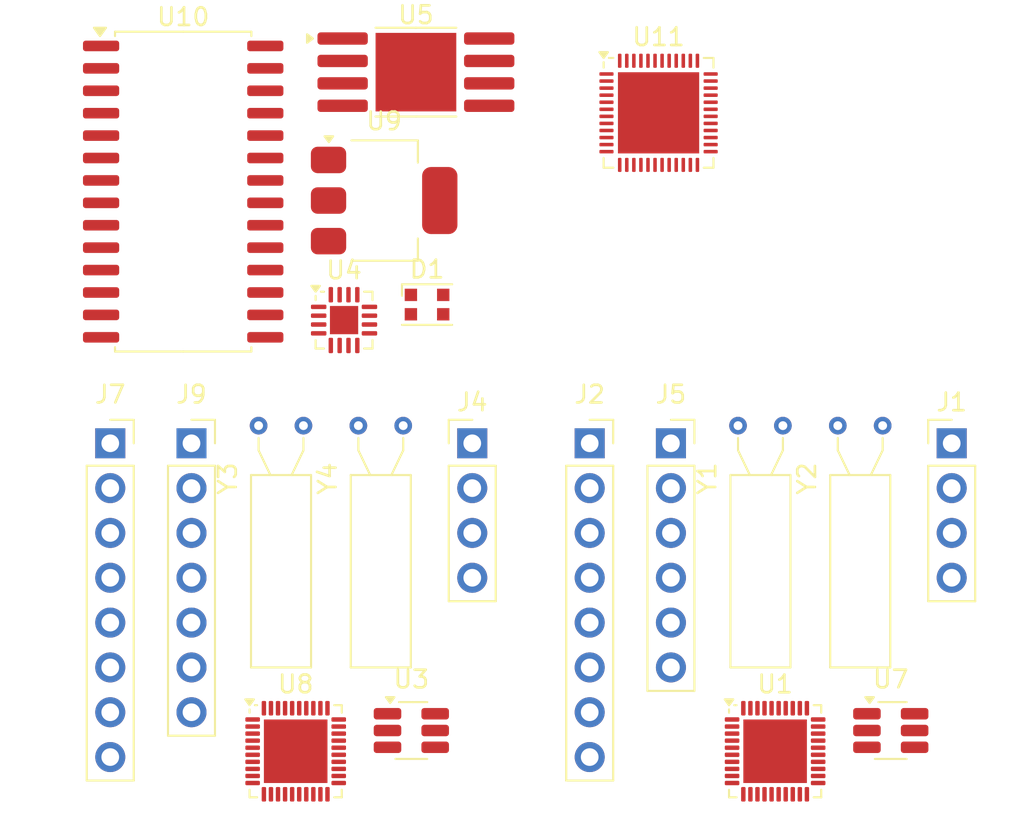
<source format=kicad_pcb>
(kicad_pcb (version 20240108) (generator "pcbnew") (generator_version "8.0")
  (layers (0 "F.Cu" signal) (31 "B.Cu" signal) (34 "B.Paste" user) (35 "F.Paste" user) (36 "B.SilkS" user "B.Silkscreen") (37 "F.SilkS" user "F.Silkscreen") (38 "B.Mask" user) (39 "F.Mask" user) (44 "Edge.Cuts" user))
  (net 0 "")
  (net 5 "GND")
  (net 6 "/NRF52833_QFN40/SWDIO")
  (net 7 "/NRF52833_QFN40/SWDCLK")
  (net 8 "VDD")
  (net 9 "/NRF52833_QFN40/P0.15")
  (net 10 "/NRF52833_QFN40/AIN3{slash}P0.05")
  (net 11 "/NRF52833_QFN40/NFC2{slash}P0.10")
  (net 12 "/NRF52833_QFN40/NFC1{slash}P0.09")
  (net 13 "/NRF52833_QFN40/AIN1{slash}P0.03")
  (net 14 "/NRF52833_QFN40/P0.11")
  (net 15 "/NRF52833_QFN40/AIN0{slash}P0.02")
  (net 16 "/NRF52833_QFN40/AIN2{slash}P0.04")
  (net 17 "/NRF52820/SWDCLK")
  (net 18 "/NRF52820/SWDIO")
  (net 19 "/NRF52833_QFN40/AIN5{slash}P0.29")
  (net 20 "/NRF52833_QFN40/AIN7{slash}P0.31")
  (net 21 "/NRF52833_QFN40/P0.20")
  (net 22 "/NRF52833_QFN40/AIN4{slash}P0.28")
  (net 23 "/NRF52833_QFN40/P0.17")
  (net 24 "/NRF52833_QFN40/AIN6{slash}P0.30")
  (net 25 "/NRF52820/AIN1{slash}P0.03")
  (net 26 "/NRF52820/P0.08")
  (net 27 "/NRF52820/P0.14")
  (net 28 "/NRF52820/AIN2{slash}P0.04")
  (net 29 "/NRF52820/AIN0{slash}P0.02")
  (net 30 "/NRF52820/P0.07")
  (net 31 "/NRF52820/AIN3{slash}P0.05")
  (net 32 "/NRF52820/P0.06")
  (net 33 "/NRF52820/P0.15")
  (net 34 "/NRF52820/P0.17")
  (net 35 "/NRF52820/P0.30")
  (net 36 "/NRF52820/P0.16")
  (net 37 "/NRF52820/P0.29")
  (net 38 "/NRF52820/P0.20")
  (net 39 "/NRF52820/P0.28")
  (net 40 "VBUS")
  (net 42 "/NRF52833_QFN40/XL1{slash}P0.00")
  (net 43 "/NRF52833_QFN40/D+")
  (net 44 "/NRF52833_QFN40/XC1")
  (net 45 "Net-(U1-DEC3)")
  (net 46 "/NRF52833_QFN40/XC2")
  (net 47 "Net-(U1-DEC1)")
  (net 48 "Net-(U1-DEC4)")
  (net 49 "/NRF52833_QFN40/D-")
  (net 50 "/NRF52833_QFN40/P1.09")
  (net 51 "/NRF52833_QFN40/P0.18{slash}~{RESET}")
  (net 53 "/NRF52833_QFN40/ANT")
  (net 54 "/NRF52833_QFN40/XL2{slash}P0.01")
  (net 55 "Net-(U1-DECUSB)")
  (net 56 "/NRF52820/D+")
  (net 57 "/NRF52820/D-")
  (net 61 "Net-(U4-OUT-Pad10)")
  (net 63 "Net-(U4-BAT-Pad2)")
  (net 66 "Net-(U4-VSS-Pad17)")
  (net 84 "/NRF52820/ANT")
  (net 85 "/NRF52820/P0.18{slash}~{RESET}")
  (net 88 "/NRF52820/XL1{slash}P0.00")
  (net 90 "/NRF52820/XL2{slash}P0.01")
  (net 93 "/NRF52820/XC2")
  (net 95 "/NRF52820/XC1")
  (net 147 "Net-(U11-VSS-Pad31)")
  (net 158 "Net-(U11-VDD-Pad13)")
  (footprint "Crystal:Crystal_AT310_D3.0mm_L10.0mm_Horizontal" (layer "F.Cu") (at 140.9 82.475)
    (property "Reference" "Y4" (at -1.75 3 90) (layer "F.SilkS"))
    (property "Value" "32.768kHz")
    (fp_line (start -0.43 2.8) (end -0.43 13.7) (stroke (width 0.12)) (layer "F.SilkS"))
    (fp_line (start -0.43 13.7) (end 2.97 13.7) (stroke (width 0.12)) (layer "F.SilkS"))
    (fp_line (start 0 1.4) (end 0 0.7) (stroke (width 0.12)) (layer "F.SilkS"))
    (fp_line (start 0.67 2.8) (end 0 1.4) (stroke (width 0.12)) (layer "F.SilkS"))
    (fp_line (start 1.87 2.8) (end 2.54 1.4) (stroke (width 0.12)) (layer "F.SilkS"))
    (fp_line (start 2.54 1.4) (end 2.54 0.7) (stroke (width 0.12)) (layer "F.SilkS"))
    (fp_line (start 2.97 2.8) (end -0.43 2.8) (stroke (width 0.12)) (layer "F.SilkS"))
    (fp_line (start 2.97 13.7) (end 2.97 2.8) (stroke (width 0.12)) (layer "F.SilkS"))
    (pad "1" thru_hole circle (at 0 0) (size 1 1) (drill 0.5) (layers "*.Cu" "*.Mask") (net 88 "/NRF52820/XL1{slash}P0.00"))
    (pad "2" thru_hole circle (at 2.54 0) (size 1 1) (drill 0.5) (layers "*.Cu" "*.Mask") (net 90 "/NRF52820/XL2{slash}P0.01"))
  )
  (footprint "Package_DFN_QFN:VQFN-16-1EP_3x3mm_P0.5mm_EP1.6x1.6mm" (layer "F.Cu") (at 140.09 76.495)
    (property "Reference" "U4" (at 0 -2.83 0) (layer "F.SilkS"))
    (property "Value" "BQ24075RGT")
    (fp_line (start -1.61 -1.135) (end -1.61 -1.37) (stroke (width 0.12)) (layer "F.SilkS"))
    (fp_line (start -1.61 1.61) (end -1.61 1.135) (stroke (width 0.12)) (layer "F.SilkS"))
    (fp_line (start -1.135 -1.61) (end -1.31 -1.61) (stroke (width 0.12)) (layer "F.SilkS"))
    (fp_line (start -1.135 1.61) (end -1.61 1.61) (stroke (width 0.12)) (layer "F.SilkS"))
    (fp_line (start 1.135 -1.61) (end 1.61 -1.61) (stroke (width 0.12)) (layer "F.SilkS"))
    (fp_line (start 1.135 1.61) (end 1.61 1.61) (stroke (width 0.12)) (layer "F.SilkS"))
    (fp_line (start 1.61 -1.61) (end 1.61 -1.135) (stroke (width 0.12)) (layer "F.SilkS"))
    (fp_line (start 1.61 1.61) (end 1.61 1.135) (stroke (width 0.12)) (layer "F.SilkS"))
    (fp_poly (pts (xy -1.61 -1.61) (xy -1.85 -1.94) (xy -1.37 -1.94) (xy -1.61 -1.61)) (stroke (width 0.12)) (fill solid) (layer "F.SilkS"))
    (pad "1" smd roundrect (at -1.4375 -0.75) (size 0.875 0.25) (layers "F.Cu" "F.Paste" "F.Mask"))
    (pad "2" smd roundrect (at -1.4375 -0.25) (size 0.875 0.25) (layers "F.Cu" "F.Paste" "F.Mask") (net 63 "Net-(U4-BAT-Pad2)"))
    (pad "3" smd roundrect (at -1.4375 0.25) (size 0.875 0.25) (layers "F.Cu" "F.Paste" "F.Mask") (net 63 "Net-(U4-BAT-Pad2)"))
    (pad "4" smd roundrect (at -1.4375 0.75) (size 0.875 0.25) (layers "F.Cu" "F.Paste" "F.Mask"))
    (pad "5" smd roundrect (at -0.75 1.4375) (size 0.25 0.875) (layers "F.Cu" "F.Paste" "F.Mask"))
    (pad "6" smd roundrect (at -0.25 1.4375) (size 0.25 0.875) (layers "F.Cu" "F.Paste" "F.Mask"))
    (pad "7" smd roundrect (at 0.25 1.4375) (size 0.25 0.875) (layers "F.Cu" "F.Paste" "F.Mask"))
    (pad "8" smd roundrect (at 0.75 1.4375) (size 0.25 0.875) (layers "F.Cu" "F.Paste" "F.Mask") (net 66 "Net-(U4-VSS-Pad17)"))
    (pad "9" smd roundrect (at 1.4375 0.75) (size 0.875 0.25) (layers "F.Cu" "F.Paste" "F.Mask"))
    (pad "10" smd roundrect (at 1.4375 0.25) (size 0.875 0.25) (layers "F.Cu" "F.Paste" "F.Mask") (net 61 "Net-(U4-OUT-Pad10)"))
    (pad "11" smd roundrect (at 1.4375 -0.25) (size 0.875 0.25) (layers "F.Cu" "F.Paste" "F.Mask") (net 61 "Net-(U4-OUT-Pad10)"))
    (pad "12" smd roundrect (at 1.4375 -0.75) (size 0.875 0.25) (layers "F.Cu" "F.Paste" "F.Mask"))
    (pad "13" smd roundrect (at 0.75 -1.4375) (size 0.25 0.875) (layers "F.Cu" "F.Paste" "F.Mask"))
    (pad "14" smd roundrect (at 0.25 -1.4375) (size 0.25 0.875) (layers "F.Cu" "F.Paste" "F.Mask"))
    (pad "15" smd roundrect (at -0.25 -1.4375) (size 0.25 0.875) (layers "F.Cu" "F.Paste" "F.Mask"))
    (pad "16" smd roundrect (at -0.75 -1.4375) (size 0.25 0.875) (layers "F.Cu" "F.Paste" "F.Mask"))
    (pad "17" smd rect (at 0 0) (size 1.6 1.6) (property pad_prop_heatsink) (layers "F.Cu" "F.Mask") (net 66 "Net-(U4-VSS-Pad17)"))
  )
  (footprint "Connector_PinSocket_2.54mm:PinSocket_1x08_P2.54mm_Vertical" (layer "F.Cu") (at 126.85 83.475)
    (property "Reference" "J7" (at 0 -2.77 0) (layer "F.SilkS"))
    (property "Value" "Conn_01x08_Pin")
    (fp_line (start -1.33 1.27) (end -1.33 19.11) (stroke (width 0.12)) (layer "F.SilkS"))
    (fp_line (start -1.33 1.27) (end 1.33 1.27) (stroke (width 0.12)) (layer "F.SilkS"))
    (fp_line (start -1.33 19.11) (end 1.33 19.11) (stroke (width 0.12)) (layer "F.SilkS"))
    (fp_line (start 0 -1.33) (end 1.33 -1.33) (stroke (width 0.12)) (layer "F.SilkS"))
    (fp_line (start 1.33 -1.33) (end 1.33 0) (stroke (width 0.12)) (layer "F.SilkS"))
    (fp_line (start 1.33 1.27) (end 1.33 19.11) (stroke (width 0.12)) (layer "F.SilkS"))
    (pad "1" thru_hole rect (at 0 0) (size 1.7 1.7) (drill 1) (layers "*.Cu" "*.Mask") (net 29 "/NRF52820/AIN0{slash}P0.02"))
    (pad "2" thru_hole oval (at 0 2.54) (size 1.7 1.7) (drill 1) (layers "*.Cu" "*.Mask") (net 25 "/NRF52820/AIN1{slash}P0.03"))
    (pad "3" thru_hole oval (at 0 5.08) (size 1.7 1.7) (drill 1) (layers "*.Cu" "*.Mask") (net 28 "/NRF52820/AIN2{slash}P0.04"))
    (pad "4" thru_hole oval (at 0 7.62) (size 1.7 1.7) (drill 1) (layers "*.Cu" "*.Mask") (net 31 "/NRF52820/AIN3{slash}P0.05"))
    (pad "5" thru_hole oval (at 0 10.16) (size 1.7 1.7) (drill 1) (layers "*.Cu" "*.Mask") (net 32 "/NRF52820/P0.06"))
    (pad "6" thru_hole oval (at 0 12.7) (size 1.7 1.7) (drill 1) (layers "*.Cu" "*.Mask") (net 30 "/NRF52820/P0.07"))
    (pad "7" thru_hole oval (at 0 15.24) (size 1.7 1.7) (drill 1) (layers "*.Cu" "*.Mask") (net 26 "/NRF52820/P0.08"))
    (pad "8" thru_hole oval (at 0 17.78) (size 1.7 1.7) (drill 1) (layers "*.Cu" "*.Mask") (net 27 "/NRF52820/P0.14"))
  )
  (footprint "Package_TO_SOT_SMD:SOT-23-6_Handsoldering" (layer "F.Cu") (at 143.9 99.75)
    (property "Reference" "U3" (at 0 -2.9 0) (layer "F.SilkS"))
    (property "Value" "SRV05-4")
    (fp_line (start -0.9 1.61) (end 0.9 1.61) (stroke (width 0.12)) (layer "F.SilkS"))
    (fp_line (start 0.1 -1.61) (end -0.7 -1.61) (stroke (width 0.12)) (layer "F.SilkS"))
    (fp_line (start 0.1 -1.61) (end 0.9 -1.61) (stroke (width 0.12)) (layer "F.SilkS"))
    (fp_poly (pts (xy -1.2 -1.56) (xy -1.44 -1.89) (xy -0.96 -1.89) (xy -1.2 -1.56)) (stroke (width 0.12)) (fill solid) (layer "F.SilkS"))
    (pad "1" smd roundrect (at -1.35 -0.95) (size 1.56 0.65) (layers "F.Cu" "F.Paste" "F.Mask") (net 57 "/NRF52820/D-"))
    (pad "2" smd roundrect (at -1.35 0) (size 1.56 0.65) (layers "F.Cu" "F.Paste" "F.Mask") (net 5 "GND"))
    (pad "3" smd roundrect (at -1.35 0.95) (size 1.56 0.65) (layers "F.Cu" "F.Paste" "F.Mask"))
    (pad "4" smd roundrect (at 1.35 0.95) (size 1.56 0.65) (layers "F.Cu" "F.Paste" "F.Mask"))
    (pad "5" smd roundrect (at 1.35 0) (size 1.56 0.65) (layers "F.Cu" "F.Paste" "F.Mask") (net 40 "VBUS"))
    (pad "6" smd roundrect (at 1.35 -0.95) (size 1.56 0.65) (layers "F.Cu" "F.Paste" "F.Mask") (net 56 "/NRF52820/D+"))
  )
  (footprint "Connector_PinHeader_2.54mm:PinHeader_1x04_P2.54mm_Vertical" (layer "F.Cu") (at 174.5 83.475)
    (property "Reference" "J1" (at 0 -2.33 0) (layer "F.SilkS"))
    (property "Value" "SWD_JLINK")
    (fp_line (start -1.33 -1.33) (end 0 -1.33) (stroke (width 0.12)) (layer "F.SilkS"))
    (fp_line (start -1.33 0) (end -1.33 -1.33) (stroke (width 0.12)) (layer "F.SilkS"))
    (fp_line (start -1.33 1.27) (end -1.33 8.95) (stroke (width 0.12)) (layer "F.SilkS"))
    (fp_line (start -1.33 1.27) (end 1.33 1.27) (stroke (width 0.12)) (layer "F.SilkS"))
    (fp_line (start -1.33 8.95) (end 1.33 8.95) (stroke (width 0.12)) (layer "F.SilkS"))
    (fp_line (start 1.33 1.27) (end 1.33 8.95) (stroke (width 0.12)) (layer "F.SilkS"))
    (pad "1" thru_hole rect (at 0 0) (size 1.7 1.7) (drill 1) (layers "*.Cu" "*.Mask") (net 5 "GND"))
    (pad "2" thru_hole oval (at 0 2.54) (size 1.7 1.7) (drill 1) (layers "*.Cu" "*.Mask") (net 7 "/NRF52833_QFN40/SWDCLK"))
    (pad "3" thru_hole oval (at 0 5.08) (size 1.7 1.7) (drill 1) (layers "*.Cu" "*.Mask") (net 6 "/NRF52833_QFN40/SWDIO"))
    (pad "4" thru_hole oval (at 0 7.62) (size 1.7 1.7) (drill 1) (layers "*.Cu" "*.Mask") (net 8 "VDD"))
  )
  (footprint "Package_TO_SOT_SMD:SOT-23-6_Handsoldering" (layer "F.Cu") (at 171.05 99.75)
    (property "Reference" "U7" (at 0 -2.9 0) (layer "F.SilkS"))
    (property "Value" "SRV05-4")
    (fp_line (start -0.9 1.61) (end 0.9 1.61) (stroke (width 0.12)) (layer "F.SilkS"))
    (fp_line (start 0.1 -1.61) (end -0.7 -1.61) (stroke (width 0.12)) (layer "F.SilkS"))
    (fp_line (start 0.1 -1.61) (end 0.9 -1.61) (stroke (width 0.12)) (layer "F.SilkS"))
    (fp_poly (pts (xy -1.2 -1.56) (xy -1.44 -1.89) (xy -0.96 -1.89) (xy -1.2 -1.56)) (stroke (width 0.12)) (fill solid) (layer "F.SilkS"))
    (pad "1" smd roundrect (at -1.35 -0.95) (size 1.56 0.65) (layers "F.Cu" "F.Paste" "F.Mask") (net 49 "/NRF52833_QFN40/D-"))
    (pad "2" smd roundrect (at -1.35 0) (size 1.56 0.65) (layers "F.Cu" "F.Paste" "F.Mask") (net 5 "GND"))
    (pad "3" smd roundrect (at -1.35 0.95) (size 1.56 0.65) (layers "F.Cu" "F.Paste" "F.Mask"))
    (pad "4" smd roundrect (at 1.35 0.95) (size 1.56 0.65) (layers "F.Cu" "F.Paste" "F.Mask"))
    (pad "5" smd roundrect (at 1.35 0) (size 1.56 0.65) (layers "F.Cu" "F.Paste" "F.Mask") (net 40 "VBUS"))
    (pad "6" smd roundrect (at 1.35 -0.95) (size 1.56 0.65) (layers "F.Cu" "F.Paste" "F.Mask") (net 43 "/NRF52833_QFN40/D+"))
  )
  (footprint "Package_DFN_QFN:QFN-48-1EP_6x6mm_P0.4mm_EP4.6x4.6mm" (layer "F.Cu") (at 157.9 64.75)
    (property "Reference" "U11" (at 0 -4.3 0) (layer "F.SilkS"))
    (property "Value" "nRF52832-QFxx")
    (fp_line (start -3.11 -2.56) (end -3.11 -2.87) (stroke (width 0.12)) (layer "F.SilkS"))
    (fp_line (start -3.11 3.11) (end -3.11 2.56) (stroke (width 0.12)) (layer "F.SilkS"))
    (fp_line (start -2.56 -3.11) (end -2.81 -3.11) (stroke (width 0.12)) (layer "F.SilkS"))
    (fp_line (start -2.56 3.11) (end -3.11 3.11) (stroke (width 0.12)) (layer "F.SilkS"))
    (fp_line (start 2.56 -3.11) (end 3.11 -3.11) (stroke (width 0.12)) (layer "F.SilkS"))
    (fp_line (start 2.56 3.11) (end 3.11 3.11) (stroke (width 0.12)) (layer "F.SilkS"))
    (fp_line (start 3.11 -3.11) (end 3.11 -2.56) (stroke (width 0.12)) (layer "F.SilkS"))
    (fp_line (start 3.11 3.11) (end 3.11 2.56) (stroke (width 0.12)) (layer "F.SilkS"))
    (fp_poly (pts (xy -3.11 -3.11) (xy -3.35 -3.44) (xy -2.87 -3.44) (xy -3.11 -3.11)) (stroke (width 0.12)) (fill solid) (layer "F.SilkS"))
    (pad "1" smd roundrect (at -2.95 -2.2) (size 0.8 0.2) (layers "F.Cu" "F.Paste" "F.Mask"))
    (pad "2" smd roundrect (at -2.95 -1.8) (size 0.8 0.2) (layers "F.Cu" "F.Paste" "F.Mask"))
    (pad "3" smd roundrect (at -2.95 -1.4) (size 0.8 0.2) (layers "F.Cu" "F.Paste" "F.Mask"))
    (pad "4" smd roundrect (at -2.95 -1) (size 0.8 0.2) (layers "F.Cu" "F.Paste" "F.Mask"))
    (pad "5" smd roundrect (at -2.95 -0.6) (size 0.8 0.2) (layers "F.Cu" "F.Paste" "F.Mask"))
    (pad "6" smd roundrect (at -2.95 -0.2) (size 0.8 0.2) (layers "F.Cu" "F.Paste" "F.Mask"))
    (pad "7" smd roundrect (at -2.95 0.2) (size 0.8 0.2) (layers "F.Cu" "F.Paste" "F.Mask"))
    (pad "8" smd roundrect (at -2.95 0.6) (size 0.8 0.2) (layers "F.Cu" "F.Paste" "F.Mask"))
    (pad "9" smd roundrect (at -2.95 1) (size 0.8 0.2) (layers "F.Cu" "F.Paste" "F.Mask"))
    (pad "10" smd roundrect (at -2.95 1.4) (size 0.8 0.2) (layers "F.Cu" "F.Paste" "F.Mask"))
    (pad "11" smd roundrect (at -2.95 1.8) (size 0.8 0.2) (layers "F.Cu" "F.Paste" "F.Mask"))
    (pad "12" smd roundrect (at -2.95 2.2) (size 0.8 0.2) (layers "F.Cu" "F.Paste" "F.Mask"))
    (pad "13" smd roundrect (at -2.2 2.95) (size 0.2 0.8) (layers "F.Cu" "F.Paste" "F.Mask") (net 158 "Net-(U11-VDD-Pad13)"))
    (pad "14" smd roundrect (at -1.8 2.95) (size 0.2 0.8) (layers "F.Cu" "F.Paste" "F.Mask"))
    (pad "15" smd roundrect (at -1.4 2.95) (size 0.2 0.8) (layers "F.Cu" "F.Paste" "F.Mask"))
    (pad "16" smd roundrect (at -1 2.95) (size 0.2 0.8) (layers "F.Cu" "F.Paste" "F.Mask"))
    (pad "17" smd roundrect (at -0.6 2.95) (size 0.2 0.8) (layers "F.Cu" "F.Paste" "F.Mask"))
    (pad "18" smd roundrect (at -0.2 2.95) (size 0.2 0.8) (layers "F.Cu" "F.Paste" "F.Mask"))
    (pad "19" smd roundrect (at 0.2 2.95) (size 0.2 0.8) (layers "F.Cu" "F.Paste" "F.Mask"))
    (pad "20" smd roundrect (at 0.6 2.95) (size 0.2 0.8) (layers "F.Cu" "F.Paste" "F.Mask"))
    (pad "21" smd roundrect (at 1 2.95) (size 0.2 0.8) (layers "F.Cu" "F.Paste" "F.Mask"))
    (pad "22" smd roundrect (at 1.4 2.95) (size 0.2 0.8) (layers "F.Cu" "F.Paste" "F.Mask"))
    (pad "23" smd roundrect (at 1.8 2.95) (size 0.2 0.8) (layers "F.Cu" "F.Paste" "F.Mask"))
    (pad "24" smd roundrect (at 2.2 2.95) (size 0.2 0.8) (layers "F.Cu" "F.Paste" "F.Mask"))
    (pad "25" smd roundrect (at 2.95 2.2) (size 0.8 0.2) (layers "F.Cu" "F.Paste" "F.Mask"))
    (pad "26" smd roundrect (at 2.95 1.8) (size 0.8 0.2) (layers "F.Cu" "F.Paste" "F.Mask"))
    (pad "27" smd roundrect (at 2.95 1.4) (size 0.8 0.2) (layers "F.Cu" "F.Paste" "F.Mask"))
    (pad "28" smd roundrect (at 2.95 1) (size 0.8 0.2) (layers "F.Cu" "F.Paste" "F.Mask"))
    (pad "29" smd roundrect (at 2.95 0.6) (size 0.8 0.2) (layers "F.Cu" "F.Paste" "F.Mask"))
    (pad "30" smd roundrect (at 2.95 0.2) (size 0.8 0.2) (layers "F.Cu" "F.Paste" "F.Mask"))
    (pad "31" smd roundrect (at 2.95 -0.2) (size 0.8 0.2) (layers "F.Cu" "F.Paste" "F.Mask") (net 147 "Net-(U11-VSS-Pad31)"))
    (pad "32" smd roundrect (at 2.95 -0.6) (size 0.8 0.2) (layers "F.Cu" "F.Paste" "F.Mask"))
    (pad "33" smd roundrect (at 2.95 -1) (size 0.8 0.2) (layers "F.Cu" "F.Paste" "F.Mask"))
    (pad "34" smd roundrect (at 2.95 -1.4) (size 0.8 0.2) (layers "F.Cu" "F.Paste" "F.Mask"))
    (pad "35" smd roundrect (at 2.95 -1.8) (size 0.8 0.2) (layers "F.Cu" "F.Paste" "F.Mask"))
    (pad "36" smd roundrect (at 2.95 -2.2) (size 0.8 0.2) (layers "F.Cu" "F.Paste" "F.Mask") (net 158 "Net-(U11-VDD-Pad13)"))
    (pad "37" smd roundrect (at 2.2 -2.95) (size 0.2 0.8) (layers "F.Cu" "F.Paste" "F.Mask"))
    (pad "38" smd roundrect (at 1.8 -2.95) (size 0.2 0.8) (layers "F.Cu" "F.Paste" "F.Mask"))
    (pad "39" smd roundrect (at 1.4 -2.95) (size 0.2 0.8) (layers "F.Cu" "F.Paste" "F.Mask"))
    (pad "40" smd roundrect (at 1 -2.95) (size 0.2 0.8) (layers "F.Cu" "F.Paste" "F.Mask"))
    (pad "41" smd roundrect (at 0.6 -2.95) (size 0.2 0.8) (layers "F.Cu" "F.Paste" "F.Mask"))
    (pad "42" smd roundrect (at 0.2 -2.95) (size 0.2 0.8) (layers "F.Cu" "F.Paste" "F.Mask"))
    (pad "43" smd roundrect (at -0.2 -2.95) (size 0.2 0.8) (layers "F.Cu" "F.Paste" "F.Mask"))
    (pad "44" smd roundrect (at -0.6 -2.95) (size 0.2 0.8) (layers "F.Cu" "F.Paste" "F.Mask"))
    (pad "45" smd roundrect (at -1 -2.95) (size 0.2 0.8) (layers "F.Cu" "F.Paste" "F.Mask") (net 147 "Net-(U11-VSS-Pad31)"))
    (pad "46" smd roundrect (at -1.4 -2.95) (size 0.2 0.8) (layers "F.Cu" "F.Paste" "F.Mask"))
    (pad "47" smd roundrect (at -1.8 -2.95) (size 0.2 0.8) (layers "F.Cu" "F.Paste" "F.Mask"))
    (pad "48" smd roundrect (at -2.2 -2.95) (size 0.2 0.8) (layers "F.Cu" "F.Paste" "F.Mask") (net 158 "Net-(U11-VDD-Pad13)"))
    (pad "49" smd rect (at 0 0) (size 4.6 4.6) (property pad_prop_heatsink) (layers "F.Cu" "F.Mask") (net 147 "Net-(U11-VSS-Pad31)"))
  )
  (footprint "Package_DFN_QFN:QFN-40-1EP_5x5mm_P0.4mm_EP3.6x3.6mm" (layer "F.Cu") (at 137.35 100.925)
    (property "Reference" "U8" (at 0 -3.8 0) (layer "F.SilkS"))
    (property "Value" "nRF52820-QDxx")
    (fp_line (start -2.61 -2.185) (end -2.61 -2.37) (stroke (width 0.12)) (layer "F.SilkS"))
    (fp_line (start -2.61 2.61) (end -2.61 2.185) (stroke (width 0.12)) (layer "F.SilkS"))
    (fp_line (start -2.185 -2.61) (end -2.31 -2.61) (stroke (width 0.12)) (layer "F.SilkS"))
    (fp_line (start -2.185 2.61) (end -2.61 2.61) (stroke (width 0.12)) (layer "F.SilkS"))
    (fp_line (start 2.185 -2.61) (end 2.61 -2.61) (stroke (width 0.12)) (layer "F.SilkS"))
    (fp_line (start 2.185 2.61) (end 2.61 2.61) (stroke (width 0.12)) (layer "F.SilkS"))
    (fp_line (start 2.61 -2.61) (end 2.61 -2.185) (stroke (width 0.12)) (layer "F.SilkS"))
    (fp_line (start 2.61 2.61) (end 2.61 2.185) (stroke (width 0.12)) (layer "F.SilkS"))
    (fp_poly (pts (xy -2.61 -2.61) (xy -2.85 -2.94) (xy -2.37 -2.94) (xy -2.61 -2.61)) (stroke (width 0.12)) (fill solid) (layer "F.SilkS"))
    (pad "1" smd roundrect (at -2.4375 -1.8) (size 0.825 0.25) (layers "F.Cu" "F.Paste" "F.Mask"))
    (pad "2" smd roundrect (at -2.4375 -1.4) (size 0.825 0.25) (layers "F.Cu" "F.Paste" "F.Mask") (net 88 "/NRF52820/XL1{slash}P0.00"))
    (pad "3" smd roundrect (at -2.4375 -1) (size 0.825 0.25) (layers "F.Cu" "F.Paste" "F.Mask") (net 90 "/NRF52820/XL2{slash}P0.01"))
    (pad "4" smd roundrect (at -2.4375 -0.6) (size 0.825 0.25) (layers "F.Cu" "F.Paste" "F.Mask") (net 28 "/NRF52820/AIN2{slash}P0.04"))
    (pad "5" smd roundrect (at -2.4375 -0.2) (size 0.825 0.25) (layers "F.Cu" "F.Paste" "F.Mask") (net 31 "/NRF52820/AIN3{slash}P0.05"))
    (pad "6" smd roundrect (at -2.4375 0.2) (size 0.825 0.25) (layers "F.Cu" "F.Paste" "F.Mask") (net 32 "/NRF52820/P0.06"))
    (pad "7" smd roundrect (at -2.4375 0.6) (size 0.825 0.25) (layers "F.Cu" "F.Paste" "F.Mask") (net 30 "/NRF52820/P0.07"))
    (pad "8" smd roundrect (at -2.4375 1) (size 0.825 0.25) (layers "F.Cu" "F.Paste" "F.Mask"))
    (pad "9" smd roundrect (at -2.4375 1.4) (size 0.825 0.25) (layers "F.Cu" "F.Paste" "F.Mask"))
    (pad "10" smd roundrect (at -2.4375 1.8) (size 0.825 0.25) (layers "F.Cu" "F.Paste" "F.Mask"))
    (pad "11" smd roundrect (at -1.8 2.4375) (size 0.25 0.825) (layers "F.Cu" "F.Paste" "F.Mask"))
    (pad "12" smd roundrect (at -1.4 2.4375) (size 0.25 0.825) (layers "F.Cu" "F.Paste" "F.Mask") (net 57 "/NRF52820/D-"))
    (pad "13" smd roundrect (at -1 2.4375) (size 0.25 0.825) (layers "F.Cu" "F.Paste" "F.Mask") (net 56 "/NRF52820/D+"))
    (pad "14" smd roundrect (at -0.6 2.4375) (size 0.25 0.825) (layers "F.Cu" "F.Paste" "F.Mask") (net 27 "/NRF52820/P0.14"))
    (pad "15" smd roundrect (at -0.2 2.4375) (size 0.25 0.825) (layers "F.Cu" "F.Paste" "F.Mask") (net 33 "/NRF52820/P0.15"))
    (pad "16" smd roundrect (at 0.2 2.4375) (size 0.25 0.825) (layers "F.Cu" "F.Paste" "F.Mask") (net 85 "/NRF52820/P0.18{slash}~{RESET}"))
    (pad "17" smd roundrect (at 0.6 2.4375) (size 0.25 0.825) (layers "F.Cu" "F.Paste" "F.Mask") (net 38 "/NRF52820/P0.20"))
    (pad "18" smd roundrect (at 1 2.4375) (size 0.25 0.825) (layers "F.Cu" "F.Paste" "F.Mask"))
    (pad "19" smd roundrect (at 1.4 2.4375) (size 0.25 0.825) (layers "F.Cu" "F.Paste" "F.Mask") (net 18 "/NRF52820/SWDIO"))
    (pad "20" smd roundrect (at 1.8 2.4375) (size 0.25 0.825) (layers "F.Cu" "F.Paste" "F.Mask") (net 17 "/NRF52820/SWDCLK"))
    (pad "21" smd roundrect (at 2.4375 1.8) (size 0.825 0.25) (layers "F.Cu" "F.Paste" "F.Mask"))
    (pad "22" smd roundrect (at 2.4375 1.4) (size 0.825 0.25) (layers "F.Cu" "F.Paste" "F.Mask") (net 36 "/NRF52820/P0.16"))
    (pad "23" smd roundrect (at 2.4375 1) (size 0.825 0.25) (layers "F.Cu" "F.Paste" "F.Mask") (net 34 "/NRF52820/P0.17"))
    (pad "24" smd roundrect (at 2.4375 0.6) (size 0.825 0.25) (layers "F.Cu" "F.Paste" "F.Mask") (net 84 "/NRF52820/ANT"))
    (pad "25" smd roundrect (at 2.4375 0.2) (size 0.825 0.25) (layers "F.Cu" "F.Paste" "F.Mask") (net 5 "GND"))
    (pad "26" smd roundrect (at 2.4375 -0.2) (size 0.825 0.25) (layers "F.Cu" "F.Paste" "F.Mask"))
    (pad "27" smd roundrect (at 2.4375 -0.6) (size 0.825 0.25) (layers "F.Cu" "F.Paste" "F.Mask"))
    (pad "28" smd roundrect (at 2.4375 -1) (size 0.825 0.25) (layers "F.Cu" "F.Paste" "F.Mask") (net 95 "/NRF52820/XC1"))
    (pad "29" smd roundrect (at 2.4375 -1.4) (size 0.825 0.25) (layers "F.Cu" "F.Paste" "F.Mask") (net 93 "/NRF52820/XC2"))
    (pad "30" smd roundrect (at 2.4375 -1.8) (size 0.825 0.25) (layers "F.Cu" "F.Paste" "F.Mask"))
    (pad "31" smd roundrect (at 1.8 -2.4375) (size 0.25 0.825) (layers "F.Cu" "F.Paste" "F.Mask") (net 26 "/NRF52820/P0.08"))
    (pad "32" smd roundrect (at 1.4 -2.4375) (size 0.25 0.825) (layers "F.Cu" "F.Paste" "F.Mask") (net 37 "/NRF52820/P0.29"))
    (pad "33" smd roundrect (at 1 -2.4375) (size 0.25 0.825) (layers "F.Cu" "F.Paste" "F.Mask") (net 35 "/NRF52820/P0.30"))
    (pad "34" smd roundrect (at 0.6 -2.4375) (size 0.25 0.825) (layers "F.Cu" "F.Paste" "F.Mask") (net 39 "/NRF52820/P0.28"))
    (pad "35" smd roundrect (at 0.2 -2.4375) (size 0.25 0.825) (layers "F.Cu" "F.Paste" "F.Mask") (net 25 "/NRF52820/AIN1{slash}P0.03"))
    (pad "36" smd roundrect (at -0.2 -2.4375) (size 0.25 0.825) (layers "F.Cu" "F.Paste" "F.Mask") (net 29 "/NRF52820/AIN0{slash}P0.02"))
    (pad "37" smd roundrect (at -0.6 -2.4375) (size 0.25 0.825) (layers "F.Cu" "F.Paste" "F.Mask") (net 5 "GND"))
    (pad "38" smd roundrect (at -1 -2.4375) (size 0.25 0.825) (layers "F.Cu" "F.Paste" "F.Mask"))
    (pad "39" smd roundrect (at -1.4 -2.4375) (size 0.25 0.825) (layers "F.Cu" "F.Paste" "F.Mask"))
    (pad "40" smd roundrect (at -1.8 -2.4375) (size 0.25 0.825) (layers "F.Cu" "F.Paste" "F.Mask"))
    (pad "41" smd rect (at 0 0) (size 3.6 3.6) (property pad_prop_heatsink) (layers "F.Cu" "F.Mask") (net 5 "GND"))
  )
  (footprint "Crystal:Crystal_AT310_D3.0mm_L10.0mm_Horizontal" (layer "F.Cu") (at 162.4 82.475)
    (property "Reference" "Y1" (at -1.75 3 90) (layer "F.SilkS"))
    (property "Value" "32Mhz")
    (fp_line (start -0.43 2.8) (end -0.43 13.7) (stroke (width 0.12)) (layer "F.SilkS"))
    (fp_line (start -0.43 13.7) (end 2.97 13.7) (stroke (width 0.12)) (layer "F.SilkS"))
    (fp_line (start 0 1.4) (end 0 0.7) (stroke (width 0.12)) (layer "F.SilkS"))
    (fp_line (start 0.67 2.8) (end 0 1.4) (stroke (width 0.12)) (layer "F.SilkS"))
    (fp_line (start 1.87 2.8) (end 2.54 1.4) (stroke (width 0.12)) (layer "F.SilkS"))
    (fp_line (start 2.54 1.4) (end 2.54 0.7) (stroke (width 0.12)) (layer "F.SilkS"))
    (fp_line (start 2.97 2.8) (end -0.43 2.8) (stroke (width 0.12)) (layer "F.SilkS"))
    (fp_line (start 2.97 13.7) (end 2.97 2.8) (stroke (width 0.12)) (layer "F.SilkS"))
    (pad "1" thru_hole circle (at 0 0) (size 1 1) (drill 0.5) (layers "*.Cu" "*.Mask") (net 44 "/NRF52833_QFN40/XC1"))
    (pad "2" thru_hole circle (at 2.54 0) (size 1 1) (drill 0.5) (layers "*.Cu" "*.Mask") (net 46 "/NRF52833_QFN40/XC2"))
  )
  (footprint "Connector_PinSocket_2.54mm:PinSocket_1x06_P2.54mm_Vertical" (layer "F.Cu") (at 158.6 83.475)
    (property "Reference" "J5" (at 0 -2.77 0) (layer "F.SilkS"))
    (property "Value" "Conn_01x06_Pin")
    (fp_line (start -1.33 1.27) (end -1.33 14.03) (stroke (width 0.12)) (layer "F.SilkS"))
    (fp_line (start -1.33 1.27) (end 1.33 1.27) (stroke (width 0.12)) (layer "F.SilkS"))
    (fp_line (start -1.33 14.03) (end 1.33 14.03) (stroke (width 0.12)) (layer "F.SilkS"))
    (fp_line (start 0 -1.33) (end 1.33 -1.33) (stroke (width 0.12)) (layer "F.SilkS"))
    (fp_line (start 1.33 -1.33) (end 1.33 0) (stroke (width 0.12)) (layer "F.SilkS"))
    (fp_line (start 1.33 1.27) (end 1.33 14.03) (stroke (width 0.12)) (layer "F.SilkS"))
    (pad "1" thru_hole rect (at 0 0) (size 1.7 1.7) (drill 1) (layers "*.Cu" "*.Mask") (net 23 "/NRF52833_QFN40/P0.17"))
    (pad "2" thru_hole oval (at 0 2.54) (size 1.7 1.7) (drill 1) (layers "*.Cu" "*.Mask") (net 21 "/NRF52833_QFN40/P0.20"))
    (pad "3" thru_hole oval (at 0 5.08) (size 1.7 1.7) (drill 1) (layers "*.Cu" "*.Mask") (net 22 "/NRF52833_QFN40/AIN4{slash}P0.28"))
    (pad "4" thru_hole oval (at 0 7.62) (size 1.7 1.7) (drill 1) (layers "*.Cu" "*.Mask") (net 19 "/NRF52833_QFN40/AIN5{slash}P0.29"))
    (pad "5" thru_hole oval (at 0 10.16) (size 1.7 1.7) (drill 1) (layers "*.Cu" "*.Mask") (net 24 "/NRF52833_QFN40/AIN6{slash}P0.30"))
    (pad "6" thru_hole oval (at 0 12.7) (size 1.7 1.7) (drill 1) (layers "*.Cu" "*.Mask") (net 20 "/NRF52833_QFN40/AIN7{slash}P0.31"))
  )
  (footprint "Connector_PinSocket_2.54mm:PinSocket_1x08_P2.54mm_Vertical" (layer "F.Cu") (at 154 83.475)
    (property "Reference" "J2" (at 0 -2.77 0) (layer "F.SilkS"))
    (property "Value" "Conn_01x08_Pin")
    (fp_line (start -1.33 1.27) (end -1.33 19.11) (stroke (width 0.12)) (layer "F.SilkS"))
    (fp_line (start -1.33 1.27) (end 1.33 1.27) (stroke (width 0.12)) (layer "F.SilkS"))
    (fp_line (start -1.33 19.11) (end 1.33 19.11) (stroke (width 0.12)) (layer "F.SilkS"))
    (fp_line (start 0 -1.33) (end 1.33 -1.33) (stroke (width 0.12)) (layer "F.SilkS"))
    (fp_line (start 1.33 -1.33) (end 1.33 0) (stroke (width 0.12)) (layer "F.SilkS"))
    (fp_line (start 1.33 1.27) (end 1.33 19.11) (stroke (width 0.12)) (layer "F.SilkS"))
    (pad "1" thru_hole rect (at 0 0) (size 1.7 1.7) (drill 1) (layers "*.Cu" "*.Mask") (net 15 "/NRF52833_QFN40/AIN0{slash}P0.02"))
    (pad "2" thru_hole oval (at 0 2.54) (size 1.7 1.7) (drill 1) (layers "*.Cu" "*.Mask") (net 13 "/NRF52833_QFN40/AIN1{slash}P0.03"))
    (pad "3" thru_hole oval (at 0 5.08) (size 1.7 1.7) (drill 1) (layers "*.Cu" "*.Mask") (net 16 "/NRF52833_QFN40/AIN2{slash}P0.04"))
    (pad "4" thru_hole oval (at 0 7.62) (size 1.7 1.7) (drill 1) (layers "*.Cu" "*.Mask") (net 10 "/NRF52833_QFN40/AIN3{slash}P0.05"))
    (pad "5" thru_hole oval (at 0 10.16) (size 1.7 1.7) (drill 1) (layers "*.Cu" "*.Mask") (net 12 "/NRF52833_QFN40/NFC1{slash}P0.09"))
    (pad "6" thru_hole oval (at 0 12.7) (size 1.7 1.7) (drill 1) (layers "*.Cu" "*.Mask") (net 11 "/NRF52833_QFN40/NFC2{slash}P0.10"))
    (pad "7" thru_hole oval (at 0 15.24) (size 1.7 1.7) (drill 1) (layers "*.Cu" "*.Mask") (net 14 "/NRF52833_QFN40/P0.11"))
    (pad "8" thru_hole oval (at 0 17.78) (size 1.7 1.7) (drill 1) (layers "*.Cu" "*.Mask") (net 9 "/NRF52833_QFN40/P0.15"))
  )
  (footprint "Crystal:Crystal_AT310_D3.0mm_L10.0mm_Horizontal" (layer "F.Cu") (at 135.25 82.475)
    (property "Reference" "Y3" (at -1.75 3 90) (layer "F.SilkS"))
    (property "Value" "32Mhz")
    (fp_line (start -0.43 2.8) (end -0.43 13.7) (stroke (width 0.12)) (layer "F.SilkS"))
    (fp_line (start -0.43 13.7) (end 2.97 13.7) (stroke (width 0.12)) (layer "F.SilkS"))
    (fp_line (start 0 1.4) (end 0 0.7) (stroke (width 0.12)) (layer "F.SilkS"))
    (fp_line (start 0.67 2.8) (end 0 1.4) (stroke (width 0.12)) (layer "F.SilkS"))
    (fp_line (start 1.87 2.8) (end 2.54 1.4) (stroke (width 0.12)) (layer "F.SilkS"))
    (fp_line (start 2.54 1.4) (end 2.54 0.7) (stroke (width 0.12)) (layer "F.SilkS"))
    (fp_line (start 2.97 2.8) (end -0.43 2.8) (stroke (width 0.12)) (layer "F.SilkS"))
    (fp_line (start 2.97 13.7) (end 2.97 2.8) (stroke (width 0.12)) (layer "F.SilkS"))
    (pad "1" thru_hole circle (at 0 0) (size 1 1) (drill 0.5) (layers "*.Cu" "*.Mask") (net 95 "/NRF52820/XC1"))
    (pad "2" thru_hole circle (at 2.54 0) (size 1 1) (drill 0.5) (layers "*.Cu" "*.Mask") (net 93 "/NRF52820/XC2"))
  )
  (footprint "Package_SO:SOIC-28W_7.5x17.9mm_P1.27mm" (layer "F.Cu") (at 130.98 69.215)
    (property "Reference" "U10" (at 0 -9.9 0) (layer "F.SilkS"))
    (property "Value" "MCP23017_SO")
    (fp_line (start -3.86 -9.06) (end -3.86 -8.815) (stroke (width 0.12)) (layer "F.SilkS"))
    (fp_line (start -3.86 9.06) (end -3.86 8.815) (stroke (width 0.12)) (layer "F.SilkS"))
    (fp_line (start 0 -9.06) (end -3.86 -9.06) (stroke (width 0.12)) (layer "F.SilkS"))
    (fp_line (start 0 -9.06) (end 3.86 -9.06) (stroke (width 0.12)) (layer "F.SilkS"))
    (fp_line (start 0 9.06) (end -3.86 9.06) (stroke (width 0.12)) (layer "F.SilkS"))
    (fp_line (start 0 9.06) (end 3.86 9.06) (stroke (width 0.12)) (layer "F.SilkS"))
    (fp_line (start 3.86 -9.06) (end 3.86 -8.815) (stroke (width 0.12)) (layer "F.SilkS"))
    (fp_line (start 3.86 9.06) (end 3.86 8.815) (stroke (width 0.12)) (layer "F.SilkS"))
    (fp_poly (pts (xy -4.7125 -8.815) (xy -5.0525 -9.285) (xy -4.3725 -9.285) (xy -4.7125 -8.815)) (stroke (width 0.12)) (fill solid) (layer "F.SilkS"))
    (pad "1" smd roundrect (at -4.65 -8.255) (size 2.05 0.6) (layers "F.Cu" "F.Paste" "F.Mask"))
    (pad "2" smd roundrect (at -4.65 -6.985) (size 2.05 0.6) (layers "F.Cu" "F.Paste" "F.Mask"))
    (pad "3" smd roundrect (at -4.65 -5.715) (size 2.05 0.6) (layers "F.Cu" "F.Paste" "F.Mask"))
    (pad "4" smd roundrect (at -4.65 -4.445) (size 2.05 0.6) (layers "F.Cu" "F.Paste" "F.Mask"))
    (pad "5" smd roundrect (at -4.65 -3.175) (size 2.05 0.6) (layers "F.Cu" "F.Paste" "F.Mask"))
    (pad "6" smd roundrect (at -4.65 -1.905) (size 2.05 0.6) (layers "F.Cu" "F.Paste" "F.Mask"))
    (pad "7" smd roundrect (at -4.65 -0.635) (size 2.05 0.6) (layers "F.Cu" "F.Paste" "F.Mask"))
    (pad "8" smd roundrect (at -4.65 0.635) (size 2.05 0.6) (layers "F.Cu" "F.Paste" "F.Mask"))
    (pad "9" smd roundrect (at -4.65 1.905) (size 2.05 0.6) (layers "F.Cu" "F.Paste" "F.Mask"))
    (pad "10" smd roundrect (at -4.65 3.175) (size 2.05 0.6) (layers "F.Cu" "F.Paste" "F.Mask"))
    (pad "11" smd roundrect (at -4.65 4.445) (size 2.05 0.6) (layers "F.Cu" "F.Paste" "F.Mask"))
    (pad "12" smd roundrect (at -4.65 5.715) (size 2.05 0.6) (layers "F.Cu" "F.Paste" "F.Mask"))
    (pad "13" smd roundrect (at -4.65 6.985) (size 2.05 0.6) (layers "F.Cu" "F.Paste" "F.Mask"))
    (pad "14" smd roundrect (at -4.65 8.255) (size 2.05 0.6) (layers "F.Cu" "F.Paste" "F.Mask"))
    (pad "15" smd roundrect (at 4.65 8.255) (size 2.05 0.6) (layers "F.Cu" "F.Paste" "F.Mask"))
    (pad "16" smd roundrect (at 4.65 6.985) (size 2.05 0.6) (layers "F.Cu" "F.Paste" "F.Mask"))
    (pad "17" smd roundrect (at 4.65 5.715) (size 2.05 0.6) (layers "F.Cu" "F.Paste" "F.Mask"))
    (pad "18" smd roundrect (at 4.65 4.445) (size 2.05 0.6) (layers "F.Cu" "F.Paste" "F.Mask"))
    (pad "19" smd roundrect (at 4.65 3.175) (size 2.05 0.6) (layers "F.Cu" "F.Paste" "F.Mask"))
    (pad "20" smd roundrect (at 4.65 1.905) (size 2.05 0.6) (layers "F.Cu" "F.Paste" "F.Mask"))
    (pad "21" smd roundrect (at 4.65 0.635) (size 2.05 0.6) (layers "F.Cu" "F.Paste" "F.Mask"))
    (pad "22" smd roundrect (at 4.65 -0.635) (size 2.05 0.6) (layers "F.Cu" "F.Paste" "F.Mask"))
    (pad "23" smd roundrect (at 4.65 -1.905) (size 2.05 0.6) (layers "F.Cu" "F.Paste" "F.Mask"))
    (pad "24" smd roundrect (at 4.65 -3.175) (size 2.05 0.6) (layers "F.Cu" "F.Paste" "F.Mask"))
    (pad "25" smd roundrect (at 4.65 -4.445) (size 2.05 0.6) (layers "F.Cu" "F.Paste" "F.Mask"))
    (pad "26" smd roundrect (at 4.65 -5.715) (size 2.05 0.6) (layers "F.Cu" "F.Paste" "F.Mask"))
    (pad "27" smd roundrect (at 4.65 -6.985) (size 2.05 0.6) (layers "F.Cu" "F.Paste" "F.Mask"))
    (pad "28" smd roundrect (at 4.65 -8.255) (size 2.05 0.6) (layers "F.Cu" "F.Paste" "F.Mask"))
  )
  (footprint "Package_DFN_QFN:QFN-40-1EP_5x5mm_P0.4mm_EP3.6x3.6mm" (layer "F.Cu") (at 164.5 100.925)
    (property "Reference" "U1" (at 0 -3.8 0) (layer "F.SilkS"))
    (property "Value" "nRF52833_QDxx")
    (fp_line (start -2.61 -2.185) (end -2.61 -2.37) (stroke (width 0.12)) (layer "F.SilkS"))
    (fp_line (start -2.61 2.61) (end -2.61 2.185) (stroke (width 0.12)) (layer "F.SilkS"))
    (fp_line (start -2.185 -2.61) (end -2.31 -2.61) (stroke (width 0.12)) (layer "F.SilkS"))
    (fp_line (start -2.185 2.61) (end -2.61 2.61) (stroke (width 0.12)) (layer "F.SilkS"))
    (fp_line (start 2.185 -2.61) (end 2.61 -2.61) (stroke (width 0.12)) (layer "F.SilkS"))
    (fp_line (start 2.185 2.61) (end 2.61 2.61) (stroke (width 0.12)) (layer "F.SilkS"))
    (fp_line (start 2.61 -2.61) (end 2.61 -2.185) (stroke (width 0.12)) (layer "F.SilkS"))
    (fp_line (start 2.61 2.61) (end 2.61 2.185) (stroke (width 0.12)) (layer "F.SilkS"))
    (fp_poly (pts (xy -2.61 -2.61) (xy -2.85 -2.94) (xy -2.37 -2.94) (xy -2.61 -2.61)) (stroke (width 0.12)) (fill solid) (layer "F.SilkS"))
    (pad "1" smd roundrect (at -2.4375 -1.8) (size 0.825 0.25) (layers "F.Cu" "F.Paste" "F.Mask") (net 47 "Net-(U1-DEC1)"))
    (pad "2" smd roundrect (at -2.4375 -1.4) (size 0.825 0.25) (layers "F.Cu" "F.Paste" "F.Mask") (net 42 "/NRF52833_QFN40/XL1{slash}P0.00"))
    (pad "3" smd roundrect (at -2.4375 -1) (size 0.825 0.25) (layers "F.Cu" "F.Paste" "F.Mask") (net 54 "/NRF52833_QFN40/XL2{slash}P0.01"))
    (pad "4" smd roundrect (at -2.4375 -0.6) (size 0.825 0.25) (layers "F.Cu" "F.Paste" "F.Mask") (net 16 "/NRF52833_QFN40/AIN2{slash}P0.04"))
    (pad "5" smd roundrect (at -2.4375 -0.2) (size 0.825 0.25) (layers "F.Cu" "F.Paste" "F.Mask") (net 10 "/NRF52833_QFN40/AIN3{slash}P0.05"))
    (pad "6" smd roundrect (at -2.4375 0.2) (size 0.825 0.25) (layers "F.Cu" "F.Paste" "F.Mask") (net 50 "/NRF52833_QFN40/P1.09"))
    (pad "7" smd roundrect (at -2.4375 0.6) (size 0.825 0.25) (layers "F.Cu" "F.Paste" "F.Mask") (net 14 "/NRF52833_QFN40/P0.11"))
    (pad "8" smd roundrect (at -2.4375 1) (size 0.825 0.25) (layers "F.Cu" "F.Paste" "F.Mask") (net 8 "VDD"))
    (pad "9" smd roundrect (at -2.4375 1.4) (size 0.825 0.25) (layers "F.Cu" "F.Paste" "F.Mask") (net 40 "VBUS"))
    (pad "10" smd roundrect (at -2.4375 1.8) (size 0.825 0.25) (layers "F.Cu" "F.Paste" "F.Mask") (net 40 "VBUS"))
    (pad "11" smd roundrect (at -1.8 2.4375) (size 0.25 0.825) (layers "F.Cu" "F.Paste" "F.Mask") (net 55 "Net-(U1-DECUSB)"))
    (pad "12" smd roundrect (at -1.4 2.4375) (size 0.25 0.825) (layers "F.Cu" "F.Paste" "F.Mask") (net 49 "/NRF52833_QFN40/D-"))
    (pad "13" smd roundrect (at -1 2.4375) (size 0.25 0.825) (layers "F.Cu" "F.Paste" "F.Mask") (net 43 "/NRF52833_QFN40/D+"))
    (pad "14" smd roundrect (at -0.6 2.4375) (size 0.25 0.825) (layers "F.Cu" "F.Paste" "F.Mask") (net 9 "/NRF52833_QFN40/P0.15"))
    (pad "15" smd roundrect (at -0.2 2.4375) (size 0.25 0.825) (layers "F.Cu" "F.Paste" "F.Mask") (net 23 "/NRF52833_QFN40/P0.17"))
    (pad "16" smd roundrect (at 0.2 2.4375) (size 0.25 0.825) (layers "F.Cu" "F.Paste" "F.Mask") (net 51 "/NRF52833_QFN40/P0.18{slash}~{RESET}"))
    (pad "17" smd roundrect (at 0.6 2.4375) (size 0.25 0.825) (layers "F.Cu" "F.Paste" "F.Mask") (net 21 "/NRF52833_QFN40/P0.20"))
    (pad "18" smd roundrect (at 1 2.4375) (size 0.25 0.825) (layers "F.Cu" "F.Paste" "F.Mask") (net 8 "VDD"))
    (pad "19" smd roundrect (at 1.4 2.4375) (size 0.25 0.825) (layers "F.Cu" "F.Paste" "F.Mask") (net 6 "/NRF52833_QFN40/SWDIO"))
    (pad "20" smd roundrect (at 1.8 2.4375) (size 0.25 0.825) (layers "F.Cu" "F.Paste" "F.Mask") (net 7 "/NRF52833_QFN40/SWDCLK"))
    (pad "21" smd roundrect (at 2.4375 1.8) (size 0.825 0.25) (layers "F.Cu" "F.Paste" "F.Mask"))
    (pad "22" smd roundrect (at 2.4375 1.4) (size 0.825 0.25) (layers "F.Cu" "F.Paste" "F.Mask") (net 12 "/NRF52833_QFN40/NFC1{slash}P0.09"))
    (pad "23" smd roundrect (at 2.4375 1) (size 0.825 0.25) (layers "F.Cu" "F.Paste" "F.Mask") (net 11 "/NRF52833_QFN40/NFC2{slash}P0.10"))
    (pad "24" smd roundrect (at 2.4375 0.6) (size 0.825 0.25) (layers "F.Cu" "F.Paste" "F.Mask") (net 53 "/NRF52833_QFN40/ANT"))
    (pad "25" smd roundrect (at 2.4375 0.2) (size 0.825 0.25) (layers "F.Cu" "F.Paste" "F.Mask") (net 5 "GND"))
    (pad "26" smd roundrect (at 2.4375 -0.2) (size 0.825 0.25) (layers "F.Cu" "F.Paste" "F.Mask") (net 48 "Net-(U1-DEC4)"))
    (pad "27" smd roundrect (at 2.4375 -0.6) (size 0.825 0.25) (layers "F.Cu" "F.Paste" "F.Mask") (net 45 "Net-(U1-DEC3)"))
    (pad "28" smd roundrect (at 2.4375 -1) (size 0.825 0.25) (layers "F.Cu" "F.Paste" "F.Mask") (net 44 "/NRF52833_QFN40/XC1"))
    (pad "29" smd roundrect (at 2.4375 -1.4) (size 0.825 0.25) (layers "F.Cu" "F.Paste" "F.Mask") (net 46 "/NRF52833_QFN40/XC2"))
    (pad "30" smd roundrect (at 2.4375 -1.8) (size 0.825 0.25) (layers "F.Cu" "F.Paste" "F.Mask") (net 8 "VDD"))
    (pad "31" smd roundrect (at 1.8 -2.4375) (size 0.25 0.825) (layers "F.Cu" "F.Paste" "F.Mask") (net 13 "/NRF52833_QFN40/AIN1{slash}P0.03"))
    (pad "32" smd roundrect (at 1.4 -2.4375) (size 0.25 0.825) (layers "F.Cu" "F.Paste" "F.Mask") (net 15 "/NRF52833_QFN40/AIN0{slash}P0.02"))
    (pad "33" smd roundrect (at 1 -2.4375) (size 0.25 0.825) (layers "F.Cu" "F.Paste" "F.Mask") (net 22 "/NRF52833_QFN40/AIN4{slash}P0.28"))
    (pad "34" smd roundrect (at 0.6 -2.4375) (size 0.25 0.825) (layers "F.Cu" "F.Paste" "F.Mask") (net 19 "/NRF52833_QFN40/AIN5{slash}P0.29"))
    (pad "35" smd roundrect (at 0.2 -2.4375) (size 0.25 0.825) (layers "F.Cu" "F.Paste" "F.Mask") (net 24 "/NRF52833_QFN40/AIN6{slash}P0.30"))
    (pad "36" smd roundrect (at -0.2 -2.4375) (size 0.25 0.825) (layers "F.Cu" "F.Paste" "F.Mask") (net 20 "/NRF52833_QFN40/AIN7{slash}P0.31"))
    (pad "37" smd roundrect (at -0.6 -2.4375) (size 0.25 0.825) (layers "F.Cu" "F.Paste" "F.Mask") (net 5 "GND"))
    (pad "38" smd roundrect (at -1 -2.4375) (size 0.25 0.825) (layers "F.Cu" "F.Paste" "F.Mask") (net 48 "Net-(U1-DEC4)"))
    (pad "39" smd roundrect (at -1.4 -2.4375) (size 0.25 0.825) (layers "F.Cu" "F.Paste" "F.Mask"))
    (pad "40" smd roundrect (at -1.8 -2.4375) (size 0.25 0.825) (layers "F.Cu" "F.Paste" "F.Mask") (net 8 "VDD"))
    (pad "41" smd rect (at 0 0) (size 3.6 3.6) (property pad_prop_heatsink) (layers "F.Cu" "F.Mask") (net 5 "GND"))
  )
  (footprint "Connector_PinHeader_2.54mm:PinHeader_1x04_P2.54mm_Vertical" (layer "F.Cu") (at 147.35 83.475)
    (property "Reference" "J4" (at 0 -2.33 0) (layer "F.SilkS"))
    (property "Value" "SWD_JLINK")
    (fp_line (start -1.33 -1.33) (end 0 -1.33) (stroke (width 0.12)) (layer "F.SilkS"))
    (fp_line (start -1.33 0) (end -1.33 -1.33) (stroke (width 0.12)) (layer "F.SilkS"))
    (fp_line (start -1.33 1.27) (end -1.33 8.95) (stroke (width 0.12)) (layer "F.SilkS"))
    (fp_line (start -1.33 1.27) (end 1.33 1.27) (stroke (width 0.12)) (layer "F.SilkS"))
    (fp_line (start -1.33 8.95) (end 1.33 8.95) (stroke (width 0.12)) (layer "F.SilkS"))
    (fp_line (start 1.33 1.27) (end 1.33 8.95) (stroke (width 0.12)) (layer "F.SilkS"))
    (pad "1" thru_hole rect (at 0 0) (size 1.7 1.7) (drill 1) (layers "*.Cu" "*.Mask") (net 5 "GND"))
    (pad "2" thru_hole oval (at 0 2.54) (size 1.7 1.7) (drill 1) (layers "*.Cu" "*.Mask") (net 17 "/NRF52820/SWDCLK"))
    (pad "3" thru_hole oval (at 0 5.08) (size 1.7 1.7) (drill 1) (layers "*.Cu" "*.Mask") (net 18 "/NRF52820/SWDIO"))
    (pad "4" thru_hole oval (at 0 7.62) (size 1.7 1.7) (drill 1) (layers "*.Cu" "*.Mask") (net 8 "VDD"))
  )
  (footprint "Package_TO_SOT_SMD:SOT-223-3_TabPin2" (layer "F.Cu") (at 142.36 69.72)
    (property "Reference" "U9" (at 0 -4.5 0) (layer "F.SilkS"))
    (property "Value" "AMS1117-3.3")
    (fp_line (start -1.85 -3.41) (end 1.91 -3.41) (stroke (width 0.12)) (layer "F.SilkS"))
    (fp_line (start -1.85 3.41) (end 1.91 3.41) (stroke (width 0.12)) (layer "F.SilkS"))
    (fp_line (start 1.91 -3.41) (end 1.91 -2.15) (stroke (width 0.12)) (layer "F.SilkS"))
    (fp_line (start 1.91 3.41) (end 1.91 2.15) (stroke (width 0.12)) (layer "F.SilkS"))
    (fp_poly (pts (xy -3.13 -3.31) (xy -3.37 -3.64) (xy -2.89 -3.64) (xy -3.13 -3.31)) (stroke (width 0.12)) (fill solid) (layer "F.SilkS"))
    (pad "1" smd roundrect (at -3.15 -2.3) (size 2 1.5) (layers "F.Cu" "F.Paste" "F.Mask"))
    (pad "2" smd roundrect (at -3.15 0) (size 2 1.5) (layers "F.Cu" "F.Paste" "F.Mask"))
    (pad "2" smd roundrect (at 3.15 0) (size 2 3.8) (layers "F.Cu" "F.Paste" "F.Mask"))
    (pad "3" smd roundrect (at -3.15 2.3) (size 2 1.5) (layers "F.Cu" "F.Paste" "F.Mask"))
  )
  (footprint "LED_SMD:LED_WS2812B-2020_PLCC4_2.0x2.0mm" (layer "F.Cu") (at 144.79 75.615)
    (property "Reference" "D1" (at 0 -2 0) (layer "F.SilkS"))
    (property "Value" "WS2812B-2020")
    (fp_line (start -1.42 -1.15) (end -1.42 -0.5) (stroke (width 0.12)) (layer "F.SilkS"))
    (fp_line (start -1.42 -1.15) (end 1.42 -1.15) (stroke (width 0.12)) (layer "F.SilkS"))
    (fp_line (start -1.42 1.15) (end 1.42 1.15) (stroke (width 0.12)) (layer "F.SilkS"))
    (pad "1" smd rect (at -0.915 -0.55) (size 0.7 0.7) (layers "F.Cu" "F.Paste" "F.Mask"))
    (pad "2" smd rect (at -0.915 0.55) (size 0.7 0.7) (layers "F.Cu" "F.Paste" "F.Mask"))
    (pad "3" smd rect (at 0.915 0.55) (size 0.7 0.7) (layers "F.Cu" "F.Paste" "F.Mask"))
    (pad "4" smd rect (at 0.915 -0.55) (size 0.7 0.7) (layers "F.Cu" "F.Paste" "F.Mask"))
  )
  (footprint "Crystal:Crystal_AT310_D3.0mm_L10.0mm_Horizontal" (layer "F.Cu") (at 168.05 82.475)
    (property "Reference" "Y2" (at -1.75 3 90) (layer "F.SilkS"))
    (property "Value" "32.768kHz")
    (fp_line (start -0.43 2.8) (end -0.43 13.7) (stroke (width 0.12)) (layer "F.SilkS"))
    (fp_line (start -0.43 13.7) (end 2.97 13.7) (stroke (width 0.12)) (layer "F.SilkS"))
    (fp_line (start 0 1.4) (end 0 0.7) (stroke (width 0.12)) (layer "F.SilkS"))
    (fp_line (start 0.67 2.8) (end 0 1.4) (stroke (width 0.12)) (layer "F.SilkS"))
    (fp_line (start 1.87 2.8) (end 2.54 1.4) (stroke (width 0.12)) (layer "F.SilkS"))
    (fp_line (start 2.54 1.4) (end 2.54 0.7) (stroke (width 0.12)) (layer "F.SilkS"))
    (fp_line (start 2.97 2.8) (end -0.43 2.8) (stroke (width 0.12)) (layer "F.SilkS"))
    (fp_line (start 2.97 13.7) (end 2.97 2.8) (stroke (width 0.12)) (layer "F.SilkS"))
    (pad "1" thru_hole circle (at 0 0) (size 1 1) (drill 0.5) (layers "*.Cu" "*.Mask") (net 42 "/NRF52833_QFN40/XL1{slash}P0.00"))
    (pad "2" thru_hole circle (at 2.54 0) (size 1 1) (drill 0.5) (layers "*.Cu" "*.Mask") (net 54 "/NRF52833_QFN40/XL2{slash}P0.01"))
  )
  (footprint "Package_SO:SOP-8-1EP_4.57x4.57mm_P1.27mm_EP4.57x4.45mm" (layer "F.Cu") (at 144.16 62.445)
    (property "Reference" "U5" (at 0 -3.24 0) (layer "F.SilkS"))
    (property "Value" "TP4056")
    (fp_line (start 0 -2.515) (end -2.285 -2.515) (stroke (width 0.12)) (layer "F.SilkS"))
    (fp_line (start 0 -2.515) (end 2.285 -2.515) (stroke (width 0.12)) (layer "F.SilkS"))
    (fp_line (start 0 2.515) (end -2.285 2.515) (stroke (width 0.12)) (layer "F.SilkS"))
    (fp_line (start 0 2.515) (end 2.285 2.515) (stroke (width 0.12)) (layer "F.SilkS"))
    (fp_poly (pts (xy -5.835 -1.905) (xy -6.165 -2.145) (xy -6.165 -1.665) (xy -5.835 -1.905)) (stroke (width 0.12)) (fill solid) (layer "F.SilkS"))
    (pad "1" smd roundrect (at -4.15 -1.905) (size 2.85 0.7) (layers "F.Cu" "F.Paste" "F.Mask"))
    (pad "2" smd roundrect (at -4.15 -0.635) (size 2.85 0.7) (layers "F.Cu" "F.Paste" "F.Mask"))
    (pad "3" smd roundrect (at -4.15 0.635) (size 2.85 0.7) (layers "F.Cu" "F.Paste" "F.Mask"))
    (pad "4" smd roundrect (at -4.15 1.905) (size 2.85 0.7) (layers "F.Cu" "F.Paste" "F.Mask"))
    (pad "5" smd roundrect (at 4.15 1.905) (size 2.85 0.7) (layers "F.Cu" "F.Paste" "F.Mask"))
    (pad "6" smd roundrect (at 4.15 0.635) (size 2.85 0.7) (layers "F.Cu" "F.Paste" "F.Mask"))
    (pad "7" smd roundrect (at 4.15 -0.635) (size 2.85 0.7) (layers "F.Cu" "F.Paste" "F.Mask"))
    (pad "8" smd roundrect (at 4.15 -1.905) (size 2.85 0.7) (layers "F.Cu" "F.Paste" "F.Mask"))
    (pad "9" smd rect (at 0 0) (size 4.57 4.45) (property pad_prop_heatsink) (layers "F.Cu" "F.Mask"))
  )
  (footprint "Connector_PinSocket_2.54mm:PinSocket_1x07_P2.54mm_Vertical" (layer "F.Cu") (at 131.45 83.475)
    (property "Reference" "J9" (at 0 -2.77 0) (layer "F.SilkS"))
    (property "Value" "Conn_01x07_Pin")
    (fp_line (start -1.33 1.27) (end -1.33 16.57) (stroke (width 0.12)) (layer "F.SilkS"))
    (fp_line (start -1.33 1.27) (end 1.33 1.27) (stroke (width 0.12)) (layer "F.SilkS"))
    (fp_line (start -1.33 16.57) (end 1.33 16.57) (stroke (width 0.12)) (layer "F.SilkS"))
    (fp_line (start 0 -1.33) (end 1.33 -1.33) (stroke (width 0.12)) (layer "F.SilkS"))
    (fp_line (start 1.33 -1.33) (end 1.33 0) (stroke (width 0.12)) (layer "F.SilkS"))
    (fp_line (start 1.33 1.27) (end 1.33 16.57) (stroke (width 0.12)) (layer "F.SilkS"))
    (pad "1" thru_hole rect (at 0 0) (size 1.7 1.7) (drill 1) (layers "*.Cu" "*.Mask") (net 33 "/NRF52820/P0.15"))
    (pad "2" thru_hole oval (at 0 2.54) (size 1.7 1.7) (drill 1) (layers "*.Cu" "*.Mask") (net 36 "/NRF52820/P0.16"))
    (pad "3" thru_hole oval (at 0 5.08) (size 1.7 1.7) (drill 1) (layers "*.Cu" "*.Mask") (net 34 "/NRF52820/P0.17"))
    (pad "4" thru_hole oval (at 0 7.62) (size 1.7 1.7) (drill 1) (layers "*.Cu" "*.Mask") (net 38 "/NRF52820/P0.20"))
    (pad "5" thru_hole oval (at 0 10.16) (size 1.7 1.7) (drill 1) (layers "*.Cu" "*.Mask") (net 39 "/NRF52820/P0.28"))
    (pad "6" thru_hole oval (at 0 12.7) (size 1.7 1.7) (drill 1) (layers "*.Cu" "*.Mask") (net 37 "/NRF52820/P0.29"))
    (pad "7" thru_hole oval (at 0 15.24) (size 1.7 1.7) (drill 1) (layers "*.Cu" "*.Mask") (net 35 "/NRF52820/P0.30"))
  )
)
</source>
